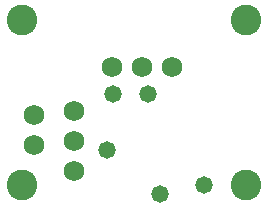
<source format=gbs>
G04*
G04 #@! TF.GenerationSoftware,Altium Limited,Altium Designer,20.2.3 (150)*
G04*
G04 Layer_Color=16711935*
%FSLAX25Y25*%
%MOIN*%
G70*
G04*
G04 #@! TF.SameCoordinates,D737100D-CD50-4B0A-90DA-B4B5F6E14D25*
G04*
G04*
G04 #@! TF.FilePolarity,Negative*
G04*
G01*
G75*
%ADD19C,0.06800*%
%ADD20C,0.10249*%
%ADD21C,0.05800*%
D19*
X39228Y49551D02*
D03*
X49228D02*
D03*
X59228D02*
D03*
X13007Y23803D02*
D03*
Y33803D02*
D03*
X26590Y34945D02*
D03*
Y24945D02*
D03*
Y14945D02*
D03*
D20*
X83873Y65299D02*
D03*
Y10181D02*
D03*
X9070Y65299D02*
D03*
Y10181D02*
D03*
D21*
X39385Y40693D02*
D03*
X55133Y7229D02*
D03*
X69897Y10181D02*
D03*
X51196Y40693D02*
D03*
X37417Y21992D02*
D03*
M02*

</source>
